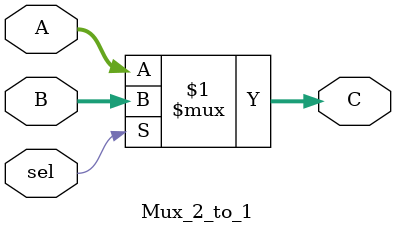
<source format=v>
/* Mux 2 a 1 parametrizable
*  Basado en el código visto en clase
*/

module Mux_2_to_1 #(parameter N = 8)(input [N-1:0] A, B,
												 input sel,
												 output [N-1:0] C);
	assign C = sel ? B : A;
	
endmodule 
</source>
